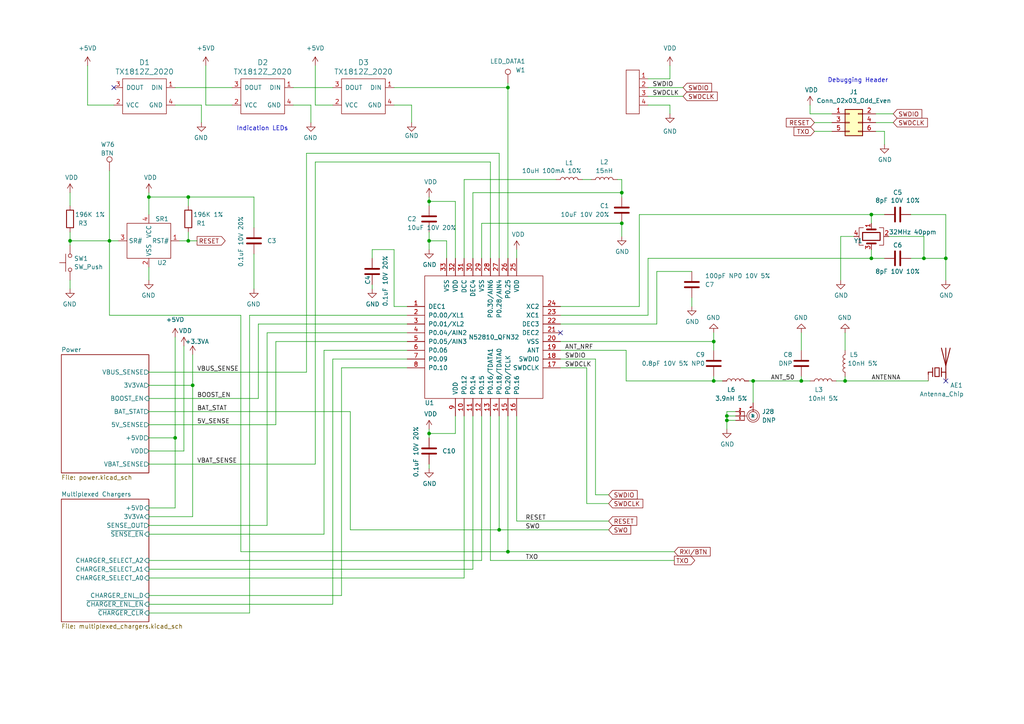
<source format=kicad_sch>
(kicad_sch (version 20231120) (generator "eeschema") (generator_version "8.0")
  (paper "A4")
  (lib_symbols
    (symbol "Connector_Generic:Conn_02x03_Odd_Even" (pin_names (offset 1.016) hide)
      (property "Reference" "J" (at 1.27 5.08 0))
      (property "Value" "Conn_02x03_Odd_Even" (at 1.27 -5.08 0))
      (symbol "Conn_02x03_Odd_Even_1_1"
        (rectangle (start -1.27 -2.413) (end 0 -2.667) (stroke (width 0.1524)))
        (rectangle (start -1.27 0.127) (end 0 -0.127) (stroke (width 0.1524)))
        (rectangle (start -1.27 2.667) (end 0 2.413) (stroke (width 0.1524)))
        (rectangle (start -1.27 3.81) (end 3.81 -3.81) (stroke (width 0.254)) (fill (type background)))
        (rectangle (start 3.81 -2.413) (end 2.54 -2.667) (stroke (width 0.1524)))
        (rectangle (start 3.81 0.127) (end 2.54 -0.127) (stroke (width 0.1524)))
        (rectangle (start 3.81 2.667) (end 2.54 2.413) (stroke (width 0.1524)))
        (pin passive line (at -5.08 2.54 0) (length 3.81) (name "Pin_1") (number "1"))
        (pin passive line (at 7.62 2.54 180) (length 3.81) (name "Pin_2") (number "2"))
        (pin passive line (at -5.08 0 0) (length 3.81) (name "Pin_3") (number "3"))
        (pin passive line (at 7.62 0 180) (length 3.81) (name "Pin_4") (number "4"))
        (pin passive line (at -5.08 -2.54 0) (length 3.81) (name "Pin_5") (number "5"))
        (pin passive line (at 7.62 -2.54 180) (length 3.81) (name "Pin_6") (number "6"))
      )
    )
    (symbol "Device:Antenna_Chip" (pin_numbers hide) (pin_names (offset 1.016) hide)
      (property "Reference" "AE" (at 0 5.08 0))
      (property "Value" "Antenna_Chip" (at 0 3.175 0))
      (symbol "Antenna_Chip_0_1"
        (polyline (pts (xy -2.54 0) (xy -2.54 -0.635)) (stroke (width 0.254)))
        (polyline (pts (xy -2.54 0) (xy -1.27 0)) (stroke (width 0.254)))
        (polyline (pts (xy 1.27 0) (xy 2.54 0)) (stroke (width 0.254)))
        (polyline (pts (xy 1.27 1.27) (xy 1.27 -1.27)) (stroke (width 0.254)))
        (polyline (pts (xy 2.54 -0.635) (xy 2.54 0)))
        (polyline (pts (xy 2.54 6.985) (xy 2.54 -1.905)) (stroke (width 0.254)))
        (polyline (pts (xy -1.27 1.27) (xy -1.27 -1.27) (xy -1.27 0)) (stroke (width 0.254)))
        (polyline (pts (xy 3.81 6.985) (xy 2.54 1.905) (xy 1.27 6.985)) (stroke (width 0.254)))
        (polyline (pts (xy -0.635 1.27) (xy 0.635 1.27) (xy 0.635 -1.27) (xy -0.635 -1.27) (xy -0.635 1.27)) (stroke (width 0.254)))
      )
      (symbol "Antenna_Chip_1_1"
        (pin input line (at -2.54 -2.54 90) (length 2.54) (name "FEED") (number "1"))
        (pin passive line (at 2.54 -2.54 90) (length 2.54) (name "PCB_Trace") (number "2"))
      )
    )
    (symbol "Device:C" (pin_numbers hide) (pin_names (offset 0.254))
      (property "Reference" "C" (at 0.635 2.54 0))
      (property "Value" "C" (at 0.635 -2.54 0))
      (symbol "C_0_1"
        (polyline (pts (xy -2.032 -0.762) (xy 2.032 -0.762)) (stroke (width 0.508)))
        (polyline (pts (xy -2.032 0.762) (xy 2.032 0.762)) (stroke (width 0.508)))
      )
      (symbol "C_1_1"
        (pin passive line (at 0 3.81 270) (length 2.794) (name "~") (number "1"))
        (pin passive line (at 0 -3.81 90) (length 2.794) (name "~") (number "2"))
      )
    )
    (symbol "Device:Crystal_GND24" (pin_names (offset 1.016) hide)
      (property "Reference" "Y" (at 3.175 5.08 0))
      (property "Value" "Crystal_GND24" (at 3.175 3.175 0))
      (symbol "Crystal_GND24_0_1"
        (rectangle (start -1.143 2.54) (end 1.143 -2.54) (stroke (width 0.3048)))
        (polyline (pts (xy -2.54 0) (xy -2.032 0)))
        (polyline (pts (xy -2.032 -1.27) (xy -2.032 1.27)) (stroke (width 0.508)))
        (polyline (pts (xy 0 -3.81) (xy 0 -3.556)))
        (polyline (pts (xy 0 3.556) (xy 0 3.81)))
        (polyline (pts (xy 2.032 -1.27) (xy 2.032 1.27)) (stroke (width 0.508)))
        (polyline (pts (xy 2.032 0) (xy 2.54 0)))
        (polyline (pts (xy -2.54 -2.286) (xy -2.54 -3.556) (xy 2.54 -3.556) (xy 2.54 -2.286)))
        (polyline (pts (xy -2.54 2.286) (xy -2.54 3.556) (xy 2.54 3.556) (xy 2.54 2.286)))
      )
      (symbol "Crystal_GND24_1_1"
        (pin passive line (at -3.81 0 0) (length 1.27) (name "1") (number "1"))
        (pin passive line (at 0 5.08 270) (length 1.27) (name "2") (number "2"))
        (pin passive line (at 3.81 0 180) (length 1.27) (name "3") (number "3"))
        (pin passive line (at 0 -5.08 90) (length 1.27) (name "4") (number "4"))
      )
    )
    (symbol "Device:L" (pin_numbers hide) (pin_names (offset 1.016) hide)
      (property "Reference" "L" (at -1.27 0 90))
      (property "Value" "L" (at 1.905 0 90))
      (symbol "L_0_1"
        (arc (start 0 -2.54) (mid 0.6323 -1.905) (end 0 -1.27))
        (arc (start 0 -1.27) (mid 0.6323 -0.635) (end 0 0))
        (arc (start 0 0) (mid 0.6323 0.635) (end 0 1.27))
        (arc (start 0 1.27) (mid 0.6323 1.905) (end 0 2.54))
      )
      (symbol "L_1_1"
        (pin passive line (at 0 3.81 270) (length 1.27) (name "1") (number "1"))
        (pin passive line (at 0 -3.81 90) (length 1.27) (name "2") (number "2"))
      )
    )
    (symbol "Device:R" (pin_numbers hide) (pin_names (offset 0))
      (property "Reference" "R" (at 2.032 0 90))
      (property "Value" "R" (at 0 0 90))
      (symbol "R_0_1"
        (rectangle (start -1.016 -2.54) (end 1.016 2.54) (stroke (width 0.254)))
      )
      (symbol "R_1_1"
        (pin passive line (at 0 3.81 270) (length 1.27) (name "~") (number "1"))
        (pin passive line (at 0 -3.81 90) (length 1.27) (name "~") (number "2"))
      )
    )
    (symbol "Pixels-dice:N52810_QFN32" (pin_names (offset 1.016))
      (property "Reference" "U" (at 13.97 -19.05 0))
      (property "Value" "N52810_QFN32" (at 2.54 0 0))
      (symbol "N52810_QFN32_0_1"
        (rectangle (start -17.78 17.78) (end 16.51 -17.78))
      )
      (symbol "N52810_QFN32_1_1"
        (pin power_out line (at -22.86 8.89 0) (length 5.08) (name "DEC1") (number "1"))
        (pin bidirectional line (at -6.35 -22.86 90) (length 5.08) (name "P0.12") (number "10"))
        (pin bidirectional line (at -3.81 -22.86 90) (length 5.08) (name "P0.14") (number "11"))
        (pin bidirectional line (at -1.27 -22.86 90) (length 5.08) (name "P0.15") (number "12"))
        (pin bidirectional line (at 1.27 -22.86 90) (length 5.08) (name "P0.16/TDATA1") (number "13"))
        (pin bidirectional line (at 3.81 -22.86 90) (length 5.08) (name "P0.18/TDATA0") (number "14"))
        (pin bidirectional line (at 6.35 -22.86 90) (length 5.08) (name "P0.20/TCLK") (number "15"))
        (pin bidirectional line (at 8.89 -22.86 90) (length 5.08) (name "P0.16") (number "16"))
        (pin bidirectional line (at 21.59 -8.89 180) (length 5.08) (name "SWDCLK") (number "17"))
        (pin bidirectional line (at 21.59 -6.35 180) (length 5.08) (name "SWDIO") (number "18"))
        (pin output line (at 21.59 -3.81 180) (length 5.08) (name "ANT") (number "19"))
        (pin bidirectional line (at -22.86 6.35 0) (length 5.08) (name "P0.00/XL1") (number "2"))
        (pin output line (at 21.59 -1.27 180) (length 5.08) (name "VSS") (number "20"))
        (pin output line (at 21.59 1.27 180) (length 5.08) (name "DEC2") (number "21"))
        (pin output line (at 21.59 3.81 180) (length 5.08) (name "DEC3") (number "22"))
        (pin output line (at 21.59 6.35 180) (length 5.08) (name "XC1") (number "23"))
        (pin input line (at 21.59 8.89 180) (length 5.08) (name "XC2") (number "24"))
        (pin power_in line (at 8.89 22.86 270) (length 5.08) (name "VDD") (number "25"))
        (pin bidirectional line (at 6.35 22.86 270) (length 5.08) (name "P0.25") (number "26"))
        (pin bidirectional line (at 3.81 22.86 270) (length 5.08) (name "P0.28/AIN4") (number "27"))
        (pin bidirectional line (at 1.27 22.86 270) (length 5.08) (name "P0.30/AIN6") (number "28"))
        (pin power_in line (at -1.27 22.86 270) (length 5.08) (name "VSS") (number "29"))
        (pin bidirectional line (at -22.86 3.81 0) (length 5.08) (name "P0.01/XL2") (number "3"))
        (pin output line (at -3.81 22.86 270) (length 5.08) (name "DEC4") (number "30"))
        (pin output line (at -6.35 22.86 270) (length 5.08) (name "DCC") (number "31"))
        (pin power_in line (at -8.89 22.86 270) (length 5.08) (name "VDD") (number "32"))
        (pin power_in line (at -11.43 22.86 270) (length 5.08) (name "VSS") (number "33"))
        (pin bidirectional line (at -22.86 1.27 0) (length 5.08) (name "P0.04/AIN2") (number "4"))
        (pin bidirectional line (at -22.86 -1.27 0) (length 5.08) (name "P0.05/AIN3") (number "5"))
        (pin bidirectional line (at -22.86 -3.81 0) (length 5.08) (name "P0.06") (number "6"))
        (pin bidirectional line (at -22.86 -6.35 0) (length 5.08) (name "P0.09") (number "7"))
        (pin bidirectional line (at -22.86 -8.89 0) (length 5.08) (name "P0.10") (number "8"))
        (pin power_in line (at -8.89 -22.86 90) (length 5.08) (name "VDD") (number "9"))
      )
    )
    (symbol "Pixels-dice:SR1"
      (property "Reference" "U" (at 3.81 -6.35 0))
      (symbol "SR1_0_1"
        (polyline (pts (xy -6.35 5.08) (xy -6.35 -5.08) (xy 6.35 -5.08) (xy 6.35 5.08) (xy -6.35 5.08)))
      )
      (symbol "SR1_1_1"
        (pin output line (at 8.89 0 180) (length 2.54) (name "RST#") (number "1"))
        (pin power_in line (at 0 -7.62 90) (length 2.54) (name "VSS") (number "2"))
        (pin input line (at -8.89 0 0) (length 2.54) (name "SR#") (number "3"))
        (pin power_in line (at 0 7.62 270) (length 2.54) (name "VCC") (number "4"))
      )
    )
    (symbol "Pixels-dice:TEST_1P-conn" (pin_numbers hide) (pin_names (offset 0.762) hide)
      (property "Reference" "W" (at 0 6.858 0))
      (property "Value" "TEST_1P-conn" (at 0 5.08 0))
      (symbol "TEST_1P-conn_0_1"
        (circle (center 0 3.302) (radius 0.762))
      )
      (symbol "TEST_1P-conn_1_1"
        (pin passive line (at 0 0 90) (length 2.54) (name "1") (number "1"))
      )
    )
    (symbol "Pixels-dice:TX1812Z_2020" (pin_names (offset 1.016))
      (property "Reference" "D" (at 0 -6.35 0))
      (property "Value" "TX1812Z_2020" (at 0 6.35 0))
      (symbol "TX1812Z_2020_0_1"
        (rectangle (start -6.35 5.08) (end 6.35 -5.08))
      )
      (symbol "TX1812Z_2020_1_1"
        (pin input line (at -8.89 2.54 0) (length 2.54) (name "DIN") (number "1"))
        (pin power_in line (at 8.89 -2.54 180) (length 2.54) (name "VCC") (number "2"))
        (pin output line (at 8.89 2.54 180) (length 2.54) (name "DOUT") (number "3"))
        (pin power_in line (at -8.89 -2.54 0) (length 2.54) (name "GND") (number "4"))
      )
    )
    (symbol "Pixels-dice:W.FL"
      (property "Reference" "J" (at 3.81 -1.27 0))
      (property "Value" "W.FL" (at 4.445 1.27 0))
      (symbol "W.FL_0_1"
        (polyline (pts (xy -1.27 -2.54) (xy 1.27 -2.54)))
        (polyline (pts (xy 0 -2.54) (xy 0 -1.905)))
        (circle (center 0 0) (radius 1.27))
        (circle (center 0 0) (radius 1.7961))
      )
      (symbol "W.FL_1_1"
        (pin passive line (at 1.27 -5.08 90) (length 2.54) (name "") (number "1"))
        (pin passive line (at -1.27 -5.08 90) (length 2.54) (name "") (number "2"))
        (pin passive line (at 0 -5.08 90) (length 2.54) (name "") (number "3"))
        (pin passive line (at -3.81 0 0) (length 2.54) (name "RF") (number "4"))
      )
    )
    (symbol "Pixels-dice:heard4"
      (symbol "heard4_0_1"
        (rectangle (start -3.81 6.35) (end -3.81 -6.35))
        (rectangle (start -3.81 6.35) (end 0 6.35))
        (rectangle (start 0 -6.35) (end -3.81 -6.35))
        (rectangle (start 0 6.35) (end 0 -6.35))
      )
      (symbol "heard4_1_1"
        (pin free line (at 2.54 3.81 180) (length 2.54) (name "") (number "1"))
        (pin free line (at 2.54 1.27 180) (length 2.54) (name "") (number "2"))
        (pin free line (at 2.54 -1.27 180) (length 2.54) (name "") (number "3"))
        (pin free line (at 2.54 -3.81 180) (length 2.54) (name "") (number "4"))
      )
    )
    (symbol "Switch:SW_Push" (pin_numbers hide) (pin_names (offset 1.016) hide)
      (property "Reference" "SW" (at 1.27 2.54 0))
      (property "Value" "SW_Push" (at 0 -1.524 0))
      (symbol "SW_Push_0_1"
        (circle (center -2.032 0) (radius 0.508))
        (polyline (pts (xy 0 1.27) (xy 0 3.048)))
        (polyline (pts (xy 2.54 1.27) (xy -2.54 1.27)))
        (circle (center 2.032 0) (radius 0.508))
        (pin passive line (at -5.08 0 0) (length 2.54) (name "1") (number "1"))
        (pin passive line (at 5.08 0 180) (length 2.54) (name "2") (number "2"))
      )
    )
    (symbol "power:+3.3VA" (power) (pin_names (offset 0))
      (property "Value" "+3.3VA" (at 0 3.556 0))
      (symbol "+3.3VA_0_1"
        (polyline (pts (xy -0.762 1.27) (xy 0 2.54)))
        (polyline (pts (xy 0 0) (xy 0 2.54)))
        (polyline (pts (xy 0 2.54) (xy 0.762 1.27)))
      )
      (symbol "+3.3VA_1_1"
        (pin power_in line (at 0 0 90) (length 0) hide (name "+3.3VA") (number "1"))
      )
    )
    (symbol "power:+5VD" (power) (pin_names (offset 0))
      (property "Value" "+5VD" (at 0 3.556 0))
      (symbol "+5VD_0_1"
        (polyline (pts (xy -0.762 1.27) (xy 0 2.54)))
        (polyline (pts (xy 0 0) (xy 0 2.54)))
        (polyline (pts (xy 0 2.54) (xy 0.762 1.27)))
      )
      (symbol "+5VD_1_1"
        (pin power_in line (at 0 0 90) (length 0) hide (name "+5VD") (number "1"))
      )
    )
    (symbol "power:GND" (power) (pin_names (offset 0))
      (property "Value" "GND" (at 0 -3.81 0))
      (symbol "GND_0_1"
        (polyline (pts (xy 0 0) (xy 0 -1.27) (xy 1.27 -1.27) (xy 0 -2.54) (xy -1.27 -1.27) (xy 0 -1.27)))
      )
      (symbol "GND_1_1"
        (pin power_in line (at 0 0 270) (length 0) hide (name "GND") (number "1"))
      )
    )
    (symbol "power:VDD" (power) (pin_names (offset 0))
      (property "Value" "VDD" (at 0 3.81 0))
      (symbol "VDD_0_1"
        (polyline (pts (xy -0.762 1.27) (xy 0 2.54)))
        (polyline (pts (xy 0 0) (xy 0 2.54)))
        (polyline (pts (xy 0 2.54) (xy 0.762 1.27)))
      )
      (symbol "VDD_1_1"
        (pin power_in line (at 0 0 90) (length 0) hide (name "VDD") (number "1"))
      )
    )
  )
  (junction (at 210.82 121.92))
  (junction (at 147.32 160.02))
  (junction (at 144.78 153.67))
  (junction (at 124.46 125.73))
  (junction (at 252.73 74.93))
  (junction (at 55.88 111.76))
  (junction (at 245.11 110.49))
  (junction (at 252.73 62.23))
  (junction (at 50.8 127))
  (junction (at 31.75 69.85))
  (junction (at 124.46 69.85))
  (junction (at 147.32 25.4))
  (junction (at 54.61 57.15))
  (junction (at 54.61 69.85))
  (junction (at 274.32 74.93))
  (junction (at 267.97 74.93))
  (junction (at 207.01 99.06))
  (junction (at 43.18 57.15))
  (junction (at 180.34 64.77))
  (junction (at 124.46 58.42))
  (junction (at 20.32 69.85))
  (junction (at 218.44 110.49))
  (junction (at 232.41 110.49))
  (junction (at 210.82 120.65))
  (junction (at 207.01 110.49))
  (junction (at 180.34 55.88))
  (no_connect (at 162.56 96.52))
  (no_connect (at 274.32 110.49))
  (no_connect (at 33.02 25.4))
  (wire (pts (xy 80.01 99.06) (xy 118.11 99.06)))
  (wire (pts (xy 187.96 25.4) (xy 198.12 25.4)))
  (wire (pts (xy 20.32 67.31) (xy 20.32 69.85)))
  (wire (pts (xy 245.11 109.22) (xy 245.11 110.49)))
  (wire (pts (xy 20.32 55.88) (xy 20.32 59.69)))
  (wire (pts (xy 180.34 64.77) (xy 180.34 68.58)))
  (wire (pts (xy 67.31 30.48) (xy 59.69 30.48)))
  (wire (pts (xy 210.82 119.38) (xy 210.82 120.65)))
  (wire (pts (xy 180.34 52.07) (xy 180.34 55.88)))
  (wire (pts (xy 54.61 67.31) (xy 54.61 69.85)))
  (wire (pts (xy 217.17 110.49) (xy 218.44 110.49)))
  (wire (pts (xy 114.3 25.4) (xy 147.32 25.4)))
  (wire (pts (xy 58.42 30.48) (xy 58.42 35.56)))
  (wire (pts (xy 147.32 120.65) (xy 147.32 160.02)))
  (wire (pts (xy 101.6 153.67) (xy 101.6 119.38)))
  (wire (pts (xy 55.88 111.76) (xy 55.88 149.86)))
  (wire (pts (xy 252.73 74.93) (xy 256.54 74.93)))
  (wire (pts (xy 207.01 99.06) (xy 207.01 101.6)))
  (wire (pts (xy 144.78 153.67) (xy 101.6 153.67)))
  (wire (pts (xy 170.18 106.68) (xy 170.18 146.05)))
  (wire (pts (xy 96.52 104.14) (xy 118.11 104.14)))
  (wire (pts (xy 162.56 88.9) (xy 185.42 88.9)))
  (wire (pts (xy 267.97 68.58) (xy 267.97 74.93)))
  (wire (pts (xy 99.06 172.72) (xy 99.06 106.68)))
  (wire (pts (xy 134.62 52.07) (xy 161.29 52.07)))
  (wire (pts (xy 232.41 110.49) (xy 234.95 110.49)))
  (wire (pts (xy 72.39 91.44) (xy 72.39 177.8)))
  (wire (pts (xy 93.98 101.6) (xy 93.98 154.94)))
  (wire (pts (xy 91.44 46.99) (xy 142.24 46.99)))
  (wire (pts (xy 67.31 25.4) (xy 50.8 25.4)))
  (wire (pts (xy 241.3 38.1) (xy 236.22 38.1)))
  (wire (pts (xy 172.72 143.51) (xy 176.53 143.51)))
  (wire (pts (xy 139.7 64.77) (xy 180.34 64.77)))
  (wire (pts (xy 53.34 100.33) (xy 53.34 130.81)))
  (wire (pts (xy 147.32 24.13) (xy 147.32 25.4)))
  (wire (pts (xy 254 38.1) (xy 256.54 38.1)))
  (wire (pts (xy 194.31 19.05) (xy 194.31 22.86)))
  (wire (pts (xy 179.07 52.07) (xy 180.34 52.07)))
  (wire (pts (xy 43.18 111.76) (xy 55.88 111.76)))
  (wire (pts (xy 134.62 120.65) (xy 134.62 167.64)))
  (wire (pts (xy 53.34 130.81) (xy 43.18 130.81)))
  (wire (pts (xy 50.8 97.79) (xy 50.8 127)))
  (wire (pts (xy 210.82 120.65) (xy 210.82 121.92)))
  (wire (pts (xy 187.96 30.48) (xy 194.31 30.48)))
  (wire (pts (xy 142.24 120.65) (xy 142.24 162.56)))
  (wire (pts (xy 43.18 162.56) (xy 139.7 162.56)))
  (wire (pts (xy 181.61 101.6) (xy 181.61 110.49)))
  (wire (pts (xy 162.56 106.68) (xy 170.18 106.68)))
  (wire (pts (xy 139.7 64.77) (xy 139.7 74.93)))
  (wire (pts (xy 43.18 57.15) (xy 43.18 62.23)))
  (wire (pts (xy 80.01 123.19) (xy 80.01 99.06)))
  (wire (pts (xy 137.16 120.65) (xy 137.16 165.1)))
  (wire (pts (xy 185.42 62.23) (xy 252.73 62.23)))
  (wire (pts (xy 144.78 44.45) (xy 144.78 74.93)))
  (wire (pts (xy 50.8 147.32) (xy 50.8 127)))
  (wire (pts (xy 185.42 88.9) (xy 185.42 62.23)))
  (wire (pts (xy 59.69 19.05) (xy 59.69 30.48)))
  (wire (pts (xy 137.16 55.88) (xy 137.16 74.93)))
  (wire (pts (xy 200.66 86.36) (xy 200.66 88.9)))
  (wire (pts (xy 190.5 93.98) (xy 162.56 93.98)))
  (wire (pts (xy 181.61 110.49) (xy 207.01 110.49)))
  (wire (pts (xy 93.98 101.6) (xy 118.11 101.6)))
  (wire (pts (xy 43.18 152.4) (xy 77.47 152.4)))
  (wire (pts (xy 91.44 134.62) (xy 91.44 46.99)))
  (wire (pts (xy 232.41 96.52) (xy 232.41 101.6)))
  (wire (pts (xy 207.01 96.52) (xy 207.01 99.06)))
  (wire (pts (xy 256.54 38.1) (xy 256.54 41.91)))
  (wire (pts (xy 124.46 67.31) (xy 124.46 69.85)))
  (wire (pts (xy 180.34 55.88) (xy 137.16 55.88)))
  (wire (pts (xy 132.08 120.65) (xy 132.08 125.73)))
  (wire (pts (xy 144.78 120.65) (xy 144.78 153.67)))
  (wire (pts (xy 168.91 52.07) (xy 171.45 52.07)))
  (wire (pts (xy 134.62 74.93) (xy 134.62 52.07)))
  (wire (pts (xy 257.81 68.58) (xy 267.97 68.58)))
  (wire (pts (xy 107.95 82.55) (xy 107.95 83.82)))
  (wire (pts (xy 50.8 127) (xy 43.18 127)))
  (wire (pts (xy 114.3 72.39) (xy 107.95 72.39)))
  (wire (pts (xy 124.46 125.73) (xy 124.46 127)))
  (wire (pts (xy 162.56 99.06) (xy 207.01 99.06)))
  (wire (pts (xy 43.18 123.19) (xy 80.01 123.19)))
  (wire (pts (xy 74.93 93.98) (xy 74.93 115.57)))
  (wire (pts (xy 264.16 62.23) (xy 274.32 62.23)))
  (wire (pts (xy 43.18 55.88) (xy 43.18 57.15)))
  (wire (pts (xy 149.86 120.65) (xy 149.86 151.13)))
  (wire (pts (xy 241.3 35.56) (xy 236.22 35.56)))
  (wire (pts (xy 210.82 121.92) (xy 210.82 124.46)))
  (wire (pts (xy 187.96 74.93) (xy 252.73 74.93)))
  (wire (pts (xy 124.46 69.85) (xy 124.46 72.39)))
  (wire (pts (xy 242.57 110.49) (xy 245.11 110.49)))
  (wire (pts (xy 162.56 104.14) (xy 172.72 104.14)))
  (wire (pts (xy 241.3 33.02) (xy 234.95 33.02)))
  (wire (pts (xy 58.42 30.48) (xy 50.8 30.48)))
  (wire (pts (xy 142.24 162.56) (xy 195.58 162.56)))
  (wire (pts (xy 73.66 57.15) (xy 73.66 66.04)))
  (wire (pts (xy 162.56 101.6) (xy 181.61 101.6)))
  (wire (pts (xy 232.41 109.22) (xy 232.41 110.49)))
  (wire (pts (xy 72.39 91.44) (xy 118.11 91.44)))
  (wire (pts (xy 267.97 74.93) (xy 274.32 74.93)))
  (wire (pts (xy 77.47 152.4) (xy 77.47 96.52)))
  (wire (pts (xy 124.46 58.42) (xy 124.46 59.69)))
  (wire (pts (xy 93.98 154.94) (xy 43.18 154.94)))
  (wire (pts (xy 20.32 69.85) (xy 31.75 69.85)))
  (wire (pts (xy 43.18 175.26) (xy 96.52 175.26)))
  (wire (pts (xy 118.11 88.9) (xy 114.3 88.9)))
  (wire (pts (xy 124.46 134.62) (xy 124.46 135.89)))
  (wire (pts (xy 264.16 74.93) (xy 267.97 74.93)))
  (wire (pts (xy 139.7 120.65) (xy 139.7 162.56)))
  (wire (pts (xy 107.95 72.39) (xy 107.95 74.93)))
  (wire (pts (xy 54.61 57.15) (xy 73.66 57.15)))
  (wire (pts (xy 147.32 25.4) (xy 147.32 74.93)))
  (wire (pts (xy 149.86 72.39) (xy 149.86 74.93)))
  (wire (pts (xy 147.32 160.02) (xy 195.58 160.02)))
  (wire (pts (xy 213.36 121.92) (xy 210.82 121.92)))
  (wire (pts (xy 91.44 19.05) (xy 91.44 30.48)))
  (wire (pts (xy 124.46 58.42) (xy 124.46 57.15)))
  (wire (pts (xy 43.18 167.64) (xy 134.62 167.64)))
  (wire (pts (xy 54.61 69.85) (xy 57.15 69.85)))
  (wire (pts (xy 20.32 69.85) (xy 20.32 71.12)))
  (wire (pts (xy 247.65 68.58) (xy 243.84 68.58)))
  (wire (pts (xy 194.31 30.48) (xy 194.31 33.02)))
  (wire (pts (xy 43.18 57.15) (xy 54.61 57.15)))
  (wire (pts (xy 176.53 151.13) (xy 149.86 151.13)))
  (wire (pts (xy 243.84 68.58) (xy 243.84 81.28)))
  (wire (pts (xy 43.18 147.32) (xy 50.8 147.32)))
  (wire (pts (xy 88.9 107.95) (xy 88.9 44.45)))
  (wire (pts (xy 162.56 91.44) (xy 187.96 91.44)))
  (wire (pts (xy 96.52 25.4) (xy 85.09 25.4)))
  (wire (pts (xy 52.07 69.85) (xy 54.61 69.85)))
  (wire (pts (xy 218.44 110.49) (xy 218.44 116.84)))
  (wire (pts (xy 187.96 27.94) (xy 198.12 27.94)))
  (wire (pts (xy 33.02 30.48) (xy 25.4 30.48)))
  (wire (pts (xy 73.66 73.66) (xy 73.66 83.82)))
  (wire (pts (xy 74.93 93.98) (xy 118.11 93.98)))
  (wire (pts (xy 43.18 172.72) (xy 99.06 172.72)))
  (wire (pts (xy 245.11 110.49) (xy 269.24 110.49)))
  (wire (pts (xy 43.18 77.47) (xy 43.18 81.28)))
  (wire (pts (xy 55.88 111.76) (xy 55.88 102.87)))
  (wire (pts (xy 252.73 64.77) (xy 252.73 62.23)))
  (wire (pts (xy 274.32 62.23) (xy 274.32 74.93)))
  (wire (pts (xy 88.9 44.45) (xy 144.78 44.45)))
  (wire (pts (xy 176.53 153.67) (xy 144.78 153.67)))
  (wire (pts (xy 54.61 57.15) (xy 54.61 59.69)))
  (wire (pts (xy 124.46 125.73) (xy 124.46 124.46)))
  (wire (pts (xy 274.32 74.93) (xy 274.32 81.28)))
  (wire (pts (xy 43.18 107.95) (xy 88.9 107.95)))
  (wire (pts (xy 245.11 96.52) (xy 245.11 101.6)))
  (wire (pts (xy 200.66 78.74) (xy 190.5 78.74)))
  (wire (pts (xy 234.95 33.02) (xy 234.95 30.48)))
  (wire (pts (xy 96.52 104.14) (xy 96.52 175.26)))
  (wire (pts (xy 132.08 74.93) (xy 132.08 58.42)))
  (wire (pts (xy 43.18 177.8) (xy 72.39 177.8)))
  (wire (pts (xy 190.5 78.74) (xy 190.5 93.98)))
  (wire (pts (xy 20.32 81.28) (xy 20.32 83.82)))
  (wire (pts (xy 129.54 69.85) (xy 124.46 69.85)))
  (wire (pts (xy 119.38 30.48) (xy 114.3 30.48)))
  (wire (pts (xy 142.24 46.99) (xy 142.24 74.93)))
  (wire (pts (xy 96.52 30.48) (xy 91.44 30.48)))
  (wire (pts (xy 90.17 30.48) (xy 85.09 30.48)))
  (wire (pts (xy 99.06 106.68) (xy 118.11 106.68)))
  (wire (pts (xy 31.75 69.85) (xy 31.75 49.53)))
  (wire (pts (xy 25.4 19.05) (xy 25.4 30.48)))
  (wire (pts (xy 119.38 30.48) (xy 119.38 35.56)))
  (wire (pts (xy 31.75 91.44) (xy 69.85 91.44)))
  (wire (pts (xy 31.75 69.85) (xy 34.29 69.85)))
  (wire (pts (xy 43.18 115.57) (xy 74.93 115.57)))
  (wire (pts (xy 252.73 62.23) (xy 256.54 62.23)))
  (wire (pts (xy 31.75 69.85) (xy 31.75 91.44)))
  (wire (pts (xy 213.36 120.65) (xy 210.82 120.65)))
  (wire (pts (xy 132.08 58.42) (xy 124.46 58.42)))
  (wire (pts (xy 213.36 119.38) (xy 210.82 119.38)))
  (wire (pts (xy 180.34 55.88) (xy 180.34 57.15)))
  (wire (pts (xy 114.3 88.9) (xy 114.3 72.39)))
  (wire (pts (xy 207.01 110.49) (xy 209.55 110.49)))
  (wire (pts (xy 170.18 146.05) (xy 176.53 146.05)))
  (wire (pts (xy 43.18 149.86) (xy 55.88 149.86)))
  (wire (pts (xy 77.47 96.52) (xy 118.11 96.52)))
  (wire (pts (xy 172.72 104.14) (xy 172.72 143.51)))
  (wire (pts (xy 69.85 91.44) (xy 69.85 160.02)))
  (wire (pts (xy 187.96 91.44) (xy 187.96 74.93)))
  (wire (pts (xy 254 35.56) (xy 259.08 35.56)))
  (wire (pts (xy 254 33.02) (xy 259.08 33.02)))
  (wire (pts (xy 252.73 72.39) (xy 252.73 74.93)))
  (wire (pts (xy 218.44 110.49) (xy 232.41 110.49)))
  (wire (pts (xy 147.32 160.02) (xy 69.85 160.02)))
  (wire (pts (xy 207.01 109.22) (xy 207.01 110.49)))
  (wire (pts (xy 187.96 22.86) (xy 194.31 22.86)))
  (wire (pts (xy 132.08 125.73) (xy 124.46 125.73)))
  (wire (pts (xy 129.54 74.93) (xy 129.54 69.85)))
  (wire (pts (xy 43.18 165.1) (xy 137.16 165.1)))
  (wire (pts (xy 43.18 119.38) (xy 101.6 119.38)))
  (wire (pts (xy 90.17 35.56) (xy 90.17 30.48)))
  (wire (pts (xy 43.18 134.62) (xy 91.44 134.62)))
  (text "Debugging Header" (at 240.03 24.13 0) (effects (font (size 1.27 1.27)) (justify left bottom)))
  (text "Indication LEDs" (at 68.58 38.1 0) (effects (font (size 1.27 1.27)) (justify left bottom)))
  (label "ANT_50" (at 223.52 110.49 0))
  (label "ANTENNA" (at 252.73 110.49 0))
  (label "BOOST_EN" (at 57.15 115.57 0))
  (label "ANT_NRF" (at 163.83 101.6 0))
  (label "5V_SENSE" (at 57.15 123.19 0))
  (label "VBAT_SENSE" (at 57.15 134.62 0))
  (label "SWDCLK" (at 189.23 27.94 0))
  (label "TXO" (at 152.4 162.56 0))
  (label "VBUS_SENSE" (at 57.15 107.95 0))
  (label "RESET" (at 152.4 151.13 0))
  (label "SWO" (at 152.4 153.67 0))
  (label "SWDCLK" (at 163.83 106.68 0))
  (label "SWDIO" (at 163.83 104.14 0))
  (label "SWDIO" (at 189.23 25.4 0))
  (label "BAT_STAT" (at 57.15 119.38 0))
  (global_label "SWDIO" (shape input) (at 198.12 25.4 0) (property "Intersheetrefs" "${INTERSHEET_REFS}" (effects (hide yes))))
  (global_label "RESET" (shape input) (at 236.22 35.56 180) (property "Intersheetrefs" "${INTERSHEET_REFS}" (effects (hide yes))))
  (global_label "SWDCLK" (shape input) (at 198.12 27.94 0) (property "Intersheetrefs" "${INTERSHEET_REFS}" (effects (hide yes))))
  (global_label "RESET" (shape output) (at 57.15 69.85 0) (property "Intersheetrefs" "${INTERSHEET_REFS}" (effects (hide yes))))
  (global_label "SWDCLK" (shape input) (at 259.08 35.56 0) (property "Intersheetrefs" "${INTERSHEET_REFS}" (effects (hide yes))))
  (global_label "TXO" (shape input) (at 236.22 38.1 180) (property "Intersheetrefs" "${INTERSHEET_REFS}" (effects (hide yes))))
  (global_label "SWO" (shape input) (at 176.53 153.67 0) (property "Intersheetrefs" "${INTERSHEET_REFS}" (effects (hide yes))))
  (global_label "RXI{slash}BTN" (shape input) (at 195.58 160.02 0) (property "Intersheetrefs" "${INTERSHEET_REFS}" (effects (hide yes))))
  (global_label "SWDIO" (shape input) (at 176.53 143.51 0) (property "Intersheetrefs" "${INTERSHEET_REFS}" (effects (hide yes))))
  (global_label "TXO" (shape output) (at 195.58 162.56 0) (property "Intersheetrefs" "${INTERSHEET_REFS}" (effects (hide yes))))
  (global_label "RESET" (shape input) (at 176.53 151.13 0) (property "Intersheetrefs" "${INTERSHEET_REFS}" (effects (hide yes))))
  (global_label "SWDIO" (shape input) (at 259.08 33.02 0) (property "Intersheetrefs" "${INTERSHEET_REFS}" (effects (hide yes))))
  (global_label "SWDCLK" (shape input) (at 176.53 146.05 0) (property "Intersheetrefs" "${INTERSHEET_REFS}" (effects (hide yes))))
  (symbol (lib_id "power:+3.3VA") (at 55.88 102.87 0) (unit 1)
    (property "Reference" "#PWR037" (effects (hide yes)))
    (property "Value" "+3.3VA" (at 57.15 99.06 0))
  )
  (symbol (lib_id "power:VDD") (at 234.95 30.48 0) (unit 1)
    (property "Reference" "#PWR04" (effects (hide yes)))
    (property "Value" "VDD" (at 235.331 26.0858 0))
  )
  (symbol (lib_id "Device:L") (at 213.36 110.49 90) (unit 1)
    (property "Reference" "L6" (at 212.09 113.03 90))
    (property "Value" "3.9nH 5%" (at 212.09 115.57 90))
    (property "Footprint" "Pixels-dice:0402_RF" (effects (hide yes)))
    (property "Generic OK" "YES" (effects (hide yes)))
    (property "Manufacturer" "Murata" (effects (hide yes)))
    (property "Manufacturer Part Number" "LQG15HS3N9B02D" (effects (hide yes)))
  )
  (symbol (lib_id "power:GND") (at 20.32 83.82 0) (mirror y) (unit 1)
    (property "Reference" "#PWR015" (effects (hide yes)))
    (property "Value" "GND" (at 20.193 88.2142 0))
  )
  (symbol (lib_id "Device:C") (at 124.46 130.81 0) (unit 1)
    (property "Reference" "C10" (at 128.27 130.81 0) (effects (justify left)))
    (property "Value" "0.1uF 10V 20%" (at 120.65 138.43 90) (effects (justify left)))
    (property "Footprint" "Capacitor_SMD:C_0402_1005Metric" (effects (hide yes)))
    (property "Generic OK" "YES" (effects (hide yes)))
    (property "Manufacturer" "Murata" (effects (hide yes)))
    (property "Manufacturer Part Number" "GRM155R61H104KE19D" (effects (hide yes)))
    (property "LCSC Part Number" "C2168305" (effects (hide yes)))
  )
  (symbol (lib_id "Device:Antenna_Chip") (at 271.78 107.95 0) (unit 1)
    (property "Reference" "AE1" (at 275.59 111.76 0) (effects (justify left)))
    (property "Value" "Antenna_Chip" (at 266.7 114.3 0) (effects (justify left)))
    (property "Footprint" "Pixels-dice:CHIP_ANT" (effects (hide yes)))
    (property "Generic OK" "NO" (effects (hide yes)))
    (property "Manufacturer" "Microgate" (effects (hide yes)))
    (property "Manufacturer Part Number" "MGMA3216H2450-A02" (effects (hide yes)))
  )
  (symbol (lib_id "power:GND") (at 243.84 81.28 0) (unit 1)
    (property "Reference" "#PWR019" (effects (hide yes)))
    (property "Value" "GND" (at 243.967 85.6742 0))
  )
  (symbol (lib_id "Device:Crystal_GND24") (at 252.73 68.58 270) (unit 1)
    (property "Reference" "Y1" (at 247.65 69.85 90) (effects (justify left)))
    (property "Value" "32MHz 40ppm" (at 257.81 67.31 90) (effects (justify left)))
    (property "Footprint" "Pixels-dice:Crystal_SMD_2016-4Pin_2.0x1.6mm" (effects (hide yes)))
    (property "Generic OK" "YES" (effects (hide yes)))
    (property "Manufacturer" "Murata" (effects (hide yes)))
    (property "Manufacturer Part Number" "XRCGB32M000F2P00R0" (effects (hide yes)))
    (property "Pixels Part Number" "SMD-Y001" (effects (hide yes)))
    (property "LCSC Part Number" "C527602" (effects (hide yes)))
  )
  (symbol (lib_id "Pixels-dice:W.FL") (at 218.44 120.65 270) (unit 1)
    (property "Reference" "J28" (at 220.98 119.3799 90) (effects (justify left)))
    (property "Value" "DNP" (at 220.98 121.9199 90) (effects (justify left)))
    (property "Footprint" "RFFrontEnd:MFH3.RECE.20369.001E.01" (effects (hide yes)))
    (property "Generic OK" "N/A" (effects (hide yes)))
  )
  (symbol (lib_id "Device:C") (at 260.35 62.23 270) (unit 1)
    (property "Reference" "C5" (at 260.35 55.8292 90))
    (property "Value" "8pF 10V 10%" (at 260.35 58.1406 90))
    (property "Footprint" "Capacitor_SMD:C_0402_1005Metric" (effects (hide yes)))
    (property "Generic OK" "YES" (effects (hide yes)))
    (property "Pixels Part Number" "SMD-C001" (effects (hide yes)))
    (property "Manufacturer" "Murata" (effects (hide yes)))
    (property "Manufacturer Part Number" "GRT1555C2A8R0DA02" (effects (hide yes)))
    (property "LCSC Part Number" "C521082" (effects (hide yes)))
  )
  (symbol (lib_id "power:GND") (at 43.18 81.28 0) (mirror y) (unit 1)
    (property "Reference" "#PWR02" (effects (hide yes)))
    (property "Value" "GND" (at 43.053 85.6742 0))
  )
  (symbol (lib_id "power:VDD") (at 124.46 124.46 0) (unit 1)
    (property "Reference" "#PWR025" (effects (hide yes)))
    (property "Value" "VDD" (at 124.8918 120.0658 0))
  )
  (symbol (lib_id "power:GND") (at 90.17 35.56 0) (mirror y) (unit 1)
    (property "Reference" "#PWR06" (effects (hide yes)))
    (property "Value" "GND" (at 90.043 39.9542 0))
  )
  (symbol (lib_id "power:GND") (at 124.46 72.39 0) (unit 1)
    (property "Reference" "#PWR012" (effects (hide yes)))
    (property "Value" "GND" (at 124.587 76.7842 0))
  )
  (symbol (lib_id "power:GND") (at 256.54 41.91 0) (unit 1)
    (property "Reference" "#PWR0101" (effects (hide yes)))
    (property "Value" "GND" (at 256.667 46.3042 0))
  )
  (symbol (lib_id "Device:L") (at 238.76 110.49 90) (unit 1)
    (property "Reference" "L3" (at 237.49 113.03 90))
    (property "Value" "10nH 5%" (at 238.76 115.57 90))
    (property "Footprint" "Pixels-dice:0402_RF" (effects (hide yes)))
    (property "Generic OK" "YES" (effects (hide yes)))
    (property "Manufacturer" "Murata" (effects (hide yes)))
    (property "Manufacturer Part Number" "LQG15HS10NJ02D" (effects (hide yes)))
  )
  (symbol (lib_id "power:VDD") (at 124.46 57.15 0) (unit 1)
    (property "Reference" "#PWR09" (effects (hide yes)))
    (property "Value" "VDD" (at 124.8918 52.7558 0))
  )
  (symbol (lib_id "power:GND") (at 245.11 96.52 180) (unit 1)
    (property "Reference" "#PWR087" (effects (hide yes)))
    (property "Value" "GND" (at 244.983 92.1258 0))
  )
  (symbol (lib_id "power:VDD") (at 20.32 55.88 0) (unit 1)
    (property "Reference" "#PWR08" (effects (hide yes)))
    (property "Value" "VDD" (at 20.7518 51.4858 0))
  )
  (symbol (lib_id "Device:R") (at 20.32 63.5 0) (unit 1)
    (property "Reference" "R3" (at 25.4 64.77 0) (effects (justify right)))
    (property "Value" "196K 1%" (at 30.48 62.23 0) (effects (justify right)))
    (property "Footprint" "Resistor_SMD:R_0402_1005Metric" (effects (hide yes)))
    (property "Manufacturer" "UNI-ROYAL(Uniroyal Elec)" (effects (hide yes)))
    (property "Manufacturer Part Number" "0402WGF1963TCE" (effects (hide yes)))
  )
  (symbol (lib_id "power:+5VD") (at 59.69 19.05 0) (unit 1)
    (property "Reference" "#PWR0105" (effects (hide yes)))
    (property "Value" "+5VD" (at 59.69 13.97 0))
  )
  (symbol (lib_id "Pixels-dice:TX1812Z_2020") (at 105.41 27.94 0) (mirror y) (unit 1)
    (property "Reference" "D3" (at 105.41 18.1102 0) (effects (font (size 1.524 1.524))))
    (property "Value" "TX1812Z_2020" (at 105.41 20.8026 0) (effects (font (size 1.524 1.524))))
    (property "Footprint" "Pixels-dice:TX1812Z_2020" (effects (hide yes)))
    (property "Manufacturer" "TCWIN" (effects (hide yes)))
    (property "Manufacturer Part Number" "TC2020RGB-3CJH-TX1812Z5" (effects (hide yes)))
    (property "Pixels Part Number" "SMD-D002-ALT2" (effects (hide yes)))
    (property "Generic OK" "NO" (effects (hide yes)))
    (property "LCSC Part Number" "C784564" (effects (hide yes)))
  )
  (symbol (lib_id "Device:C") (at 124.46 63.5 0) (unit 1)
    (property "Reference" "C2" (at 118.11 63.5 0) (effects (justify left)))
    (property "Value" "10uF 10V 20%" (at 118.11 66.04 0) (effects (justify left)))
    (property "Footprint" "Capacitor_SMD:C_0603_1608Metric" (effects (hide yes)))
    (property "Generic OK" "YES" (effects (hide yes)))
    (property "Pixels Part Number" "SMD-C002" (effects (hide yes)))
    (property "Manufacturer" "Murata" (effects (hide yes)))
    (property "Manufacturer Part Number" "GRM188R61A106ME69D" (effects (hide yes)))
  )
  (symbol (lib_id "Pixels-dice:TEST_1P-conn") (at 31.75 49.53 0) (unit 1)
    (property "Reference" "W76" (at 29.21 41.91 0) (effects (justify left)))
    (property "Value" "BTN" (at 29.21 44.45 0) (effects (justify left)))
    (property "Footprint" "Pixels-dice:TestPoint_1.5x1.5_Drill0.9mm" (effects (hide yes)))
  )
  (symbol (lib_id "Device:C") (at 73.66 69.85 0) (unit 1)
    (property "Reference" "C3" (at 77.47 69.85 0) (effects (justify left)))
    (property "Value" "0.1uF 10V 20%" (at 69.85 77.47 90) (effects (justify left)))
    (property "Footprint" "Capacitor_SMD:C_0402_1005Metric" (effects (hide yes)))
    (property "Generic OK" "YES" (effects (hide yes)))
    (property "Manufacturer" "Murata" (effects (hide yes)))
    (property "Manufacturer Part Number" "GRM155R61H104KE19D" (effects (hide yes)))
    (property "LCSC Part Number" "C2168305" (effects (hide yes)))
  )
  (symbol (lib_id "power:GND") (at 119.38 35.56 0) (mirror y) (unit 1)
    (property "Reference" "#PWR07" (effects (hide yes)))
    (property "Value" "GND" (at 119.38 39.37 0))
  )
  (symbol (lib_id "Device:L") (at 175.26 52.07 90) (unit 1)
    (property "Reference" "L2" (at 175.26 46.99 90))
    (property "Value" "15nH" (at 175.26 49.53 90))
    (property "Footprint" "Inductor_SMD:L_0402_1005Metric" (effects (hide yes)))
    (property "Generic OK" "YES" (effects (hide yes)))
    (property "Manufacturer" "Murata" (effects (hide yes)))
    (property "Manufacturer Part Number" "LQG15HS15NJ02D" (effects (hide yes)))
    (property "LCSC Part Number" "C87189" (effects (hide yes)))
  )
  (symbol (lib_id "power:GND") (at 200.66 88.9 0) (unit 1)
    (property "Reference" "#PWR022" (effects (hide yes)))
    (property "Value" "GND" (at 200.787 93.2942 0))
  )
  (symbol (lib_id "power:GND") (at 232.41 96.52 180) (unit 1)
    (property "Reference" "#PWR024" (effects (hide yes)))
    (property "Value" "GND" (at 232.283 92.1258 0))
  )
  (symbol (lib_id "Device:C") (at 232.41 105.41 180) (unit 1)
    (property "Reference" "C8" (at 229.87 102.87 0) (effects (justify left)))
    (property "Value" "DNP" (at 229.87 105.41 0) (effects (justify left)))
    (property "Footprint" "Pixels-dice:0402_RF" (effects (hide yes)))
    (property "Generic OK" "YES" (effects (hide yes)))
    (property "Pixels Part Number" "SMD-C004" (effects (hide yes)))
  )
  (symbol (lib_id "power:VDD") (at 53.34 100.33 0) (unit 1)
    (property "Reference" "#PWR018" (effects (hide yes)))
    (property "Value" "VDD" (at 53.7718 95.9358 0))
  )
  (symbol (lib_id "Switch:SW_Push") (at 20.32 76.2 90) (mirror x) (unit 1)
    (property "Reference" "SW1" (at 21.463 74.9879 90) (effects (justify right)))
    (property "Value" "SW_Push" (at 21.463 77.4121 90) (effects (justify right)))
    (property "Footprint" "Pixels-dice:TSB002" (effects (hide yes)))
    (property "Manufacturer" "BZCN" (effects (hide yes)))
    (property "Manufacturer Part Number" "TSB001A3526A02" (effects (hide yes)))
    (property "LCSC Part Number" "C2888889" (effects (hide yes)))
    (property "Generic OK" "NO" (effects (hide yes)))
  )
  (symbol (lib_id "power:+5VD") (at 91.44 19.05 0) (unit 1)
    (property "Reference" "#PWR0108" (effects (hide yes)))
    (property "Value" "+5VD" (at 91.44 13.97 0))
  )
  (symbol (lib_id "Device:C") (at 207.01 105.41 180) (unit 1)
    (property "Reference" "C9" (at 204.47 102.87 0) (effects (justify left)))
    (property "Value" "0.8pF 10V 5% NP0" (at 204.47 105.41 0) (effects (justify left)))
    (property "Footprint" "Pixels-dice:0402_RF" (effects (hide yes)))
    (property "Generic OK" "YES" (effects (hide yes)))
    (property "Pixels Part Number" "SMD-C004" (effects (hide yes)))
    (property "Manufacturer" "Murata" (effects (hide yes)))
    (property "Manufacturer Part Number" "GJM1555C1HR80BB01" (effects (hide yes)))
  )
  (symbol (lib_id "Pixels-dice:heard4") (at 185.42 26.67 0) (unit 1)
    (property "Reference" "P1" (effects (hide yes)))
    (property "Value" "heard4" (effects (hide yes)))
    (property "Footprint" "Pixels-dice:4x2.54mm_SMD" (effects (hide yes)))
  )
  (symbol (lib_id "power:+5VD") (at 25.4 19.05 0) (unit 1)
    (property "Reference" "#PWR0106" (effects (hide yes)))
    (property "Value" "+5VD" (at 25.4 13.97 0))
  )
  (symbol (lib_id "power:GND") (at 58.42 35.56 0) (mirror y) (unit 1)
    (property "Reference" "#PWR05" (effects (hide yes)))
    (property "Value" "GND" (at 58.293 39.9542 0))
  )
  (symbol (lib_id "power:GND") (at 274.32 81.28 0) (unit 1)
    (property "Reference" "#PWR020" (effects (hide yes)))
    (property "Value" "GND" (at 274.447 85.6742 0))
  )
  (symbol (lib_id "Pixels-dice:N52810_QFN32") (at 140.97 97.79 0) (unit 1)
    (property "Reference" "U1" (at 123.19 116.84 0) (effects (justify left)))
    (property "Value" "N52810_QFN32" (at 135.89 97.79 0) (effects (justify left)))
    (property "Footprint" "Package_DFN_QFN:QFN-32-1EP_5x5mm_P0.5mm_EP3.1x3.1mm" (effects (hide yes)))
    (property "Generic OK" "NO" (effects (hide yes)))
    (property "Manufacturer" "Nordic Semiconductor" (effects (hide yes)))
    (property "Manufacturer Part Number" "NRF52810-QCAA-R" (effects (hide yes)))
    (property "Pixels Part Number" "SMD-U001" (effects (hide yes)))
  )
  (symbol (lib_id "power:+5VD") (at 50.8 97.79 0) (unit 1)
    (property "Reference" "#PWR0107" (effects (hide yes)))
    (property "Value" "+5VD" (at 50.8 92.71 0))
  )
  (symbol (lib_id "power:GND") (at 194.31 33.02 0) (unit 1)
    (property "Reference" "#PWR0102" (effects (hide yes)))
    (property "Value" "GND" (at 194.31 38.1 0))
  )
  (symbol (lib_id "Device:L") (at 165.1 52.07 90) (unit 1)
    (property "Reference" "L1" (at 165.1 47.244 90))
    (property "Value" "10uH 100mA 10%" (at 160.02 49.53 90))
    (property "Footprint" "Inductor_SMD:L_0805_2012Metric" (effects (hide yes)))
    (property "Generic OK" "YES" (effects (hide yes)))
    (property "Pixels Part Number" "SMD-L001" (effects (hide yes)))
    (property "Manufacturer" "Murata" (effects (hide yes)))
    (property "Manufacturer Part Number" "LQM21FN100M80L" (effects (hide yes)))
    (property "LCSC Part Number" "C223269" (effects (hide yes)))
  )
  (symbol (lib_id "power:GND") (at 73.66 83.82 0) (mirror y) (unit 1)
    (property "Reference" "#PWR016" (effects (hide yes)))
    (property "Value" "GND" (at 73.533 88.2142 0))
  )
  (symbol (lib_id "power:VDD") (at 149.86 72.39 0) (unit 1)
    (property "Reference" "#PWR013" (effects (hide yes)))
    (property "Value" "VDD" (at 150.2918 67.9958 0))
  )
  (symbol (lib_id "Device:C") (at 200.66 82.55 0) (unit 1)
    (property "Reference" "C7" (at 204.47 82.55 0) (effects (justify left)))
    (property "Value" "100pF NP0 10V 5%" (at 204.47 80.01 0) (effects (justify left)))
    (property "Footprint" "Capacitor_SMD:C_0402_1005Metric" (effects (hide yes)))
    (property "Generic OK" "YES" (effects (hide yes)))
    (property "Pixels Part Number" "SMD-C003" (effects (hide yes)))
    (property "Manufacturer" "Murata" (effects (hide yes)))
    (property "Manufacturer Part Number" "GCM1555C1H101JA16J" (effects (hide yes)))
    (property "LCSC Part Number" "C2188957" (effects (hide yes)))
  )
  (symbol (lib_id "Device:C") (at 107.95 78.74 0) (unit 1)
    (property "Reference" "C4" (at 106.68 82.55 90) (effects (justify left)))
    (property "Value" "0.1uF 10V 20%" (at 111.76 88.9 90) (effects (justify left)))
    (property "Footprint" "Capacitor_SMD:C_0402_1005Metric" (effects (hide yes)))
    (property "Generic OK" "YES" (effects (hide yes)))
    (property "Manufacturer" "Murata" (effects (hide yes)))
    (property "Manufacturer Part Number" "GRM155R61H104KE19D" (effects (hide yes)))
    (property "LCSC Part Number" "C2168305" (effects (hide yes)))
  )
  (symbol (lib_id "Pixels-dice:TX1812Z_2020") (at 41.91 27.94 0) (mirror y) (unit 1)
    (property "Reference" "D1" (at 41.91 18.1102 0) (effects (font (size 1.524 1.524))))
    (property "Value" "TX1812Z_2020" (at 41.91 20.8026 0) (effects (font (size 1.524 1.524))))
    (property "Footprint" "Pixels-dice:TX1812Z_2020" (effects (hide yes)))
    (property "Manufacturer" "TCWIN" (effects (hide yes)))
    (property "Manufacturer Part Number" "TC2020RGB-3CJH-TX1812Z5" (effects (hide yes)))
    (property "Pixels Part Number" "SMD-D002-ALT2" (effects (hide yes)))
    (property "Generic OK" "NO" (effects (hide yes)))
    (property "LCSC Part Number" "C784564" (effects (hide yes)))
  )
  (symbol (lib_id "power:GND") (at 210.82 124.46 0) (unit 1)
    (property "Reference" "#PWR023" (effects (hide yes)))
    (property "Value" "GND" (at 210.947 128.8542 0))
  )
  (symbol (lib_id "power:GND") (at 124.46 135.89 0) (unit 1)
    (property "Reference" "#PWR026" (effects (hide yes)))
    (property "Value" "GND" (at 124.587 140.2842 0))
  )
  (symbol (lib_id "power:GND") (at 107.95 83.82 0) (unit 1)
    (property "Reference" "#PWR014" (effects (hide yes)))
    (property "Value" "GND" (at 108.077 88.2142 0))
  )
  (symbol (lib_id "Device:C") (at 260.35 74.93 270) (unit 1)
    (property "Reference" "C6" (at 260.35 71.12 90))
    (property "Value" "8pF 10V 10%" (at 260.35 78.74 90))
    (property "Footprint" "Capacitor_SMD:C_0402_1005Metric" (effects (hide yes)))
    (property "Generic OK" "YES" (effects (hide yes)))
    (property "Pixels Part Number" "SMD-C001" (effects (hide yes)))
    (property "Manufacturer" "Murata" (effects (hide yes)))
    (property "Manufacturer Part Number" "GRT1555C2A8R0DA02" (effects (hide yes)))
    (property "LCSC Part Number" "C521082" (effects (hide yes)))
  )
  (symbol (lib_id "Device:R") (at 54.61 63.5 0) (unit 1)
    (property "Reference" "R1" (at 59.69 64.77 0) (effects (justify right)))
    (property "Value" "196K 1%" (at 64.77 62.23 0) (effects (justify right)))
    (property "Footprint" "Resistor_SMD:R_0402_1005Metric" (effects (hide yes)))
    (property "Manufacturer" "UNI-ROYAL(Uniroyal Elec)" (effects (hide yes)))
    (property "Manufacturer Part Number" "0402WGF1963TCE" (effects (hide yes)))
  )
  (symbol (lib_id "Connector_Generic:Conn_02x03_Odd_Even") (at 246.38 35.56 0) (unit 1)
    (property "Reference" "J1" (at 247.65 26.67 0))
    (property "Value" "Conn_02x03_Odd_Even" (at 247.65 29.21 0))
    (property "Footprint" "Connector_PinHeader_1.27mm:PinHeader_2x03_P1.27mm_Vertical_SMD" (effects (hide yes)))
    (property "Manufacturer Part Number" "PZ127-2-03-S" (effects (hide yes)))
  )
  (symbol (lib_id "power:GND") (at 180.34 68.58 0) (unit 1)
    (property "Reference" "#PWR011" (effects (hide yes)))
    (property "Value" "GND" (at 180.467 72.9742 0))
  )
  (symbol (lib_id "power:VDD") (at 194.31 19.05 0) (unit 1)
    (property "Reference" "#PWR0103" (effects (hide yes)))
    (property "Value" "VDD" (at 194.31 13.97 0))
  )
  (symbol (lib_id "power:GND") (at 207.01 96.52 180) (unit 1)
    (property "Reference" "#PWR021" (effects (hide yes)))
    (property "Value" "GND" (at 206.883 92.1258 0))
  )
  (symbol (lib_id "Pixels-dice:SR1") (at 43.18 69.85 0) (unit 1)
    (property "Reference" "U2" (at 46.99 76.2 0))
    (property "Value" "SR1" (at 46.99 63.5 0))
    (property "Footprint" "Pixels-dice:UDFN-6" (effects (hide yes)))
    (property "Generic OK" "NO" (effects (hide yes)))
    (property "Manufacturer" "ST Microelectronics" (effects (hide yes)))
    (property "Manufacturer Part Number" "SR1PAAU" (effects (hide yes)))
  )
  (symbol (lib_id "Device:C") (at 180.34 60.96 0) (unit 1)
    (property "Reference" "C1" (at 173.99 59.69 0) (effects (justify left)))
    (property "Value" "10uF 10V 20%" (at 162.56 62.23 0) (effects (justify left)))
    (property "Footprint" "Capacitor_SMD:C_0603_1608Metric" (effects (hide yes)))
    (property "Generic OK" "YES" (effects (hide yes)))
    (property "Pixels Part Number" "SMD-C002" (effects (hide yes)))
    (property "Manufacturer" "Murata" (effects (hide yes)))
    (property "Manufacturer Part Number" "GRM188R61A106ME69D" (effects (hide yes)))
  )
  (symbol (lib_id "power:VDD") (at 43.18 55.88 0) (unit 1)
    (property "Reference" "#PWR01" (effects (hide yes)))
    (property "Value" "VDD" (at 43.6118 51.4858 0))
  )
  (symbol (lib_id "Device:L") (at 245.11 105.41 180) (unit 1)
    (property "Reference" "L5" (at 247.65 102.87 0))
    (property "Value" "10nH 5%" (at 250.19 105.41 0))
    (property "Footprint" "Pixels-dice:0402_RF" (effects (hide yes)))
    (property "Generic OK" "YES" (effects (hide yes)))
    (property "Manufacturer" "Murata" (effects (hide yes)))
    (property "Manufacturer Part Number" "LQG15HS10NJ02D" (effects (hide yes)))
  )
  (symbol (lib_id "Pixels-dice:TEST_1P-conn") (at 147.32 24.13 0) (mirror y) (unit 1)
    (property "Reference" "W1" (at 152.4 20.32 0) (effects (justify left)))
    (property "Value" "LED_DATA1" (at 152.4 17.78 0) (effects (justify left)))
    (property "Footprint" "Pixels-dice:TEST_PIN" (effects (hide yes)))
  )
  (symbol (lib_id "Pixels-dice:TX1812Z_2020") (at 76.2 27.94 0) (mirror y) (unit 1)
    (property "Reference" "D2" (at 76.2 18.1102 0) (effects (font (size 1.524 1.524))))
    (property "Value" "TX1812Z_2020" (at 76.2 20.8026 0) (effects (font (size 1.524 1.524))))
    (property "Footprint" "Pixels-dice:TX1812Z_2020" (effects (hide yes)))
    (property "Manufacturer" "TCWIN" (effects (hide yes)))
    (property "Manufacturer Part Number" "TC2020RGB-3CJH-TX1812Z5" (effects (hide yes)))
    (property "Pixels Part Number" "SMD-D002-ALT2" (effects (hide yes)))
    (property "Generic OK" "NO" (effects (hide yes)))
    (property "LCSC Part Number" "C784564" (effects (hide yes)))
  )
  (sheet (at 17.78 144.78) (size 25.4 35.56) (stroke (width 0.1524))
    (property "Sheetname" "Multiplexed Chargers" (at 17.78 144.0684 0) (effects (justify left bottom)))
    (property "Sheetfile" "multiplexed_chargers.kicad_sch" (at 17.78 180.9246 0) (effects (justify left top)))
    (pin "SENSE_OUT" output (at 43.18 152.4 0))
    (pin "~{CHARGER_ENL_EN}" input (at 43.18 175.26 0))
    (pin "CHARGER_ENL_D" input (at 43.18 172.72 0))
    (pin "CHARGER_SELECT_A2" input (at 43.18 162.56 0))
    (pin "CHARGER_SELECT_A1" input (at 43.18 165.1 0))
    (pin "CHARGER_SELECT_A0" input (at 43.18 167.64 0))
    (pin "~{SENSE_EN}" input (at 43.18 154.94 0))
    (pin "~{CHARGER_CLR}" input (at 43.18 177.8 0))
    (pin "3V3VA" input (at 43.18 149.86 0))
    (pin "+5VD" input (at 43.18 147.32 0))
  )
  (sheet (at 17.78 102.87) (size 25.4 34.29) (stroke (width 0.1524))
    (property "Sheetname" "Power" (at 17.78 102.1584 0) (effects (justify left bottom)))
    (property "Sheetfile" "power.kicad_sch" (at 17.78 137.7446 0) (effects (justify left top)))
    (pin "VDD" output (at 43.18 130.81 0))
    (pin "VBAT_SENSE" output (at 43.18 134.62 0))
    (pin "BAT_STAT" output (at 43.18 119.38 0))
    (pin "BOOST_EN" input (at 43.18 115.57 0))
    (pin "+5VD" output (at 43.18 127 0))
    (pin "5V_SENSE" output (at 43.18 123.19 0))
    (pin "3V3VA" output (at 43.18 111.76 0))
    (pin "VBUS_SENSE" output (at 43.18 107.95 0))
  )
)
</source>
